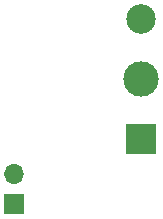
<source format=gbr>
%TF.GenerationSoftware,KiCad,Pcbnew,8.0.0*%
%TF.CreationDate,2024-08-24T05:38:51-07:00*%
%TF.ProjectId,aftbulkhead,61667462-756c-46b6-9865-61642e6b6963,rev?*%
%TF.SameCoordinates,Original*%
%TF.FileFunction,Copper,L1,Top*%
%TF.FilePolarity,Positive*%
%FSLAX46Y46*%
G04 Gerber Fmt 4.6, Leading zero omitted, Abs format (unit mm)*
G04 Created by KiCad (PCBNEW 8.0.0) date 2024-08-24 05:38:51*
%MOMM*%
%LPD*%
G01*
G04 APERTURE LIST*
%TA.AperFunction,ComponentPad*%
%ADD10R,2.500000X2.500000*%
%TD*%
%TA.AperFunction,ComponentPad*%
%ADD11C,3.000000*%
%TD*%
%TA.AperFunction,ComponentPad*%
%ADD12C,2.500000*%
%TD*%
%TA.AperFunction,ComponentPad*%
%ADD13R,1.700000X1.700000*%
%TD*%
%TA.AperFunction,ComponentPad*%
%ADD14O,1.700000X1.700000*%
%TD*%
G04 APERTURE END LIST*
D10*
%TO.P,SW1,1,A*%
%TO.N,unconnected-(SW1-A-Pad1)*%
X176326800Y-89662000D03*
D11*
%TO.P,SW1,2,B*%
%TO.N,Net-(J1-Pin_1)*%
X176326800Y-84582000D03*
D12*
%TO.P,SW1,3,C*%
%TO.N,Net-(J1-Pin_2)*%
X176326800Y-79502000D03*
%TD*%
D13*
%TO.P,J1,1,Pin_1*%
%TO.N,Net-(J1-Pin_1)*%
X165557200Y-95107600D03*
D14*
%TO.P,J1,2,Pin_2*%
%TO.N,Net-(J1-Pin_2)*%
X165557200Y-92567600D03*
%TD*%
M02*

</source>
